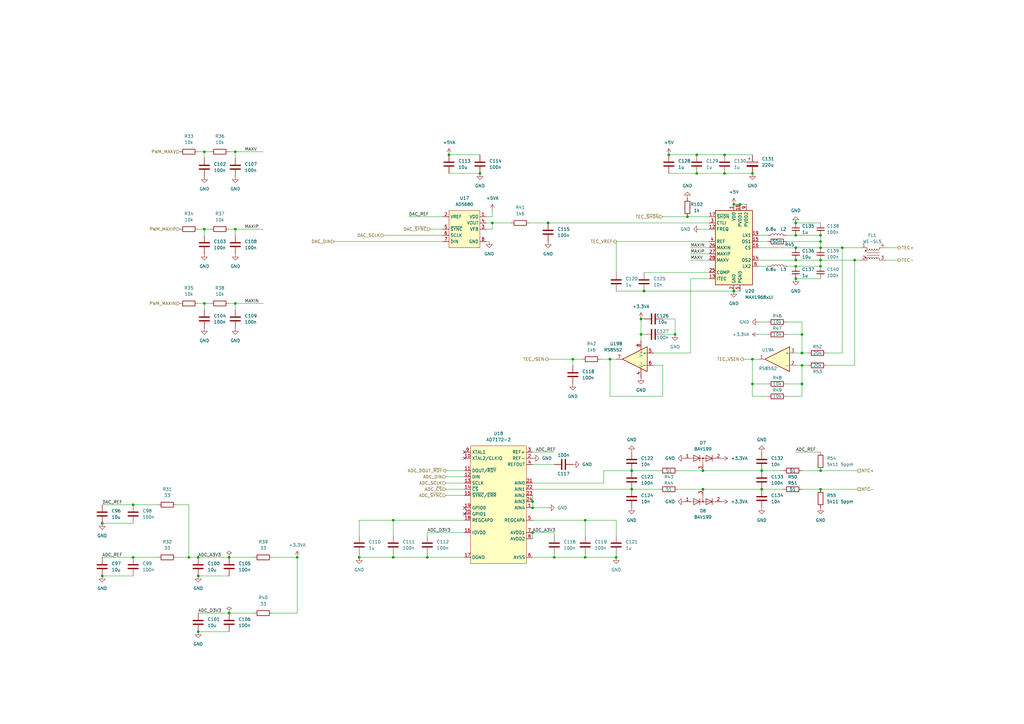
<source format=kicad_sch>
(kicad_sch (version 20211123) (generator eeschema)
  (paper "A3")
  (title_block (title "Kirdy") (date "2022-07-03") (rev "r0.1") (company "M-Labs") (comment 1 "Alex Wong Tat Hang"))
  (junction (at 300.99 119.38))
  (junction (at 350.52 106.68))
  (junction (at 297.18 63.5))
  (junction (at 274.32 63.5))
  (junction (at 326.39 106.68))
  (junction (at 201.93 91.44))
  (junction (at 252.73 228.6))
  (junction (at 96.52 62.23))
  (junction (at 326.39 109.22))
  (junction (at 308.61 147.32))
  (junction (at 161.29 213.36))
  (junction (at 234.95 147.32))
  (junction (at 83.82 62.23))
  (junction (at 336.55 96.52))
  (junction (at 41.91 214.63))
  (junction (at 81.28 259.08))
  (junction (at 121.92 228.6))
  (junction (at 303.53 83.82))
  (junction (at 218.44 218.44))
  (junction (at 328.93 149.86))
  (junction (at 336.55 193.04))
  (junction (at 218.44 208.28))
  (junction (at 161.29 228.6))
  (junction (at 326.39 101.6))
  (junction (at 147.32 228.6))
  (junction (at 308.61 71.12))
  (junction (at 93.98 251.46))
  (junction (at 336.55 99.06))
  (junction (at 224.79 91.44))
  (junction (at 326.39 96.52))
  (junction (at 262.89 137.16))
  (junction (at 285.75 71.12))
  (junction (at 300.99 83.82))
  (junction (at 308.61 157.48))
  (junction (at 326.39 114.3))
  (junction (at 250.19 147.32))
  (junction (at 83.82 93.98))
  (junction (at 81.28 228.6))
  (junction (at 83.82 124.46))
  (junction (at 175.26 228.6))
  (junction (at 259.08 193.04))
  (junction (at 81.28 236.22))
  (junction (at 281.94 88.9))
  (junction (at 93.98 228.6))
  (junction (at 54.61 228.6))
  (junction (at 336.55 109.22))
  (junction (at 218.44 205.74))
  (junction (at 184.15 63.5))
  (junction (at 240.03 228.6))
  (junction (at 345.44 101.6))
  (junction (at 259.08 200.66))
  (junction (at 336.55 101.6))
  (junction (at 328.93 137.16))
  (junction (at 96.52 93.98))
  (junction (at 227.33 228.6))
  (junction (at 96.52 124.46))
  (junction (at 41.91 236.22))
  (junction (at 312.42 193.04))
  (junction (at 328.93 157.48))
  (junction (at 288.29 193.04))
  (junction (at 196.85 71.12))
  (junction (at 336.55 200.66))
  (junction (at 262.89 130.81))
  (junction (at 240.03 213.36))
  (junction (at 288.29 200.66))
  (junction (at 328.93 144.78))
  (junction (at 264.16 119.38))
  (junction (at 77.47 228.6))
  (junction (at 276.86 137.16))
  (junction (at 336.55 106.68))
  (junction (at 285.75 63.5))
  (junction (at 297.18 71.12))
  (junction (at 312.42 200.66))
  (junction (at 54.61 207.01))
  (junction (at 326.39 91.44))
  (no_connect (at 190.5 185.42))
  (no_connect (at 190.5 187.96))
  (no_connect (at 190.5 208.28))
  (no_connect (at 190.5 210.82))
  (wire (pts (xy 274.32 63.5) (xy 285.75 63.5)))
  (wire (pts (xy 328.93 144.78) (xy 331.47 144.78)))
  (wire (pts (xy 218.44 205.74) (xy 218.44 208.28)))
  (wire (pts (xy 218.44 218.44) (xy 227.33 218.44)))
  (wire (pts (xy 224.79 147.32) (xy 234.95 147.32)))
  (wire (pts (xy 311.15 99.06) (xy 314.96 99.06)))
  (wire (pts (xy 308.61 147.32) (xy 311.15 147.32)))
  (wire (pts (xy 304.8 147.32) (xy 308.61 147.32)))
  (wire (pts (xy 41.91 236.22) (xy 54.61 236.22)))
  (wire (pts (xy 252.73 111.76) (xy 252.73 99.06)))
  (wire (pts (xy 41.91 207.01) (xy 54.61 207.01)))
  (wire (pts (xy 311.15 101.6) (xy 326.39 101.6)))
  (wire (pts (xy 328.93 149.86) (xy 331.47 149.86)))
  (wire (pts (xy 175.26 218.44) (xy 190.5 218.44)))
  (wire (pts (xy 252.73 119.38) (xy 264.16 119.38)))
  (wire (pts (xy 252.73 213.36) (xy 252.73 219.71)))
  (wire (pts (xy 259.08 200.66) (xy 270.51 200.66)))
  (wire (pts (xy 147.32 219.71) (xy 147.32 213.36)))
  (wire (pts (xy 336.55 109.22) (xy 326.39 109.22)))
  (wire (pts (xy 111.76 228.6) (xy 121.92 228.6)))
  (wire (pts (xy 93.98 251.46) (xy 104.14 251.46)))
  (wire (pts (xy 311.15 132.08) (xy 314.96 132.08)))
  (wire (pts (xy 182.88 198.12) (xy 190.5 198.12)))
  (wire (pts (xy 326.39 96.52) (xy 322.58 96.52)))
  (wire (pts (xy 259.08 193.04) (xy 270.51 193.04)))
  (wire (pts (xy 199.39 93.98) (xy 201.93 93.98)))
  (wire (pts (xy 326.39 106.68) (xy 336.55 106.68)))
  (wire (pts (xy 297.18 63.5) (xy 308.61 63.5)))
  (wire (pts (xy 250.19 147.32) (xy 252.73 147.32)))
  (wire (pts (xy 285.75 71.12) (xy 297.18 71.12)))
  (wire (pts (xy 176.53 93.98) (xy 181.61 93.98)))
  (wire (pts (xy 312.42 193.04) (xy 321.31 193.04)))
  (wire (pts (xy 264.16 119.38) (xy 300.99 119.38)))
  (wire (pts (xy 137.16 99.06) (xy 181.61 99.06)))
  (wire (pts (xy 322.58 157.48) (xy 328.93 157.48)))
  (wire (pts (xy 336.55 101.6) (xy 336.55 99.06)))
  (wire (pts (xy 300.99 83.82) (xy 303.53 83.82)))
  (wire (pts (xy 227.33 218.44) (xy 227.33 219.71)))
  (wire (pts (xy 83.82 93.98) (xy 86.36 93.98)))
  (wire (pts (xy 339.09 144.78) (xy 345.44 144.78)))
  (wire (pts (xy 271.78 162.56) (xy 271.78 149.86)))
  (wire (pts (xy 184.15 63.5) (xy 196.85 63.5)))
  (wire (pts (xy 218.44 213.36) (xy 240.03 213.36)))
  (wire (pts (xy 218.44 218.44) (xy 218.44 220.98)))
  (wire (pts (xy 147.32 213.36) (xy 161.29 213.36)))
  (wire (pts (xy 350.52 106.68) (xy 350.52 149.86)))
  (wire (pts (xy 199.39 99.06) (xy 200.66 99.06)))
  (wire (pts (xy 96.52 124.46) (xy 96.52 127)))
  (wire (pts (xy 322.58 99.06) (xy 336.55 99.06)))
  (wire (pts (xy 271.78 88.9) (xy 281.94 88.9)))
  (wire (pts (xy 283.21 101.6) (xy 290.83 101.6)))
  (wire (pts (xy 363.22 101.6) (xy 368.3 101.6)))
  (wire (pts (xy 336.55 101.6) (xy 326.39 101.6)))
  (wire (pts (xy 157.48 96.52) (xy 181.61 96.52)))
  (wire (pts (xy 271.78 149.86) (xy 267.97 149.86)))
  (wire (pts (xy 182.88 193.04) (xy 190.5 193.04)))
  (wire (pts (xy 262.89 137.16) (xy 262.89 139.7)))
  (wire (pts (xy 336.55 99.06) (xy 336.55 96.52)))
  (wire (pts (xy 345.44 101.6) (xy 345.44 144.78)))
  (wire (pts (xy 326.39 144.78) (xy 328.93 144.78)))
  (wire (pts (xy 283.21 144.78) (xy 267.97 144.78)))
  (wire (pts (xy 247.65 198.12) (xy 247.65 193.04)))
  (wire (pts (xy 184.15 71.12) (xy 196.85 71.12)))
  (wire (pts (xy 234.95 149.86) (xy 234.95 147.32)))
  (wire (pts (xy 96.52 124.46) (xy 107.95 124.46)))
  (wire (pts (xy 240.03 213.36) (xy 252.73 213.36)))
  (wire (pts (xy 328.93 193.04) (xy 336.55 193.04)))
  (wire (pts (xy 328.93 200.66) (xy 336.55 200.66)))
  (wire (pts (xy 199.39 88.9) (xy 201.93 88.9)))
  (wire (pts (xy 93.98 93.98) (xy 96.52 93.98)))
  (wire (pts (xy 264.16 130.81) (xy 262.89 130.81)))
  (wire (pts (xy 250.19 162.56) (xy 271.78 162.56)))
  (wire (pts (xy 322.58 132.08) (xy 328.93 132.08)))
  (wire (pts (xy 83.82 62.23) (xy 83.82 64.77)))
  (wire (pts (xy 161.29 227.33) (xy 161.29 228.6)))
  (wire (pts (xy 81.28 259.08) (xy 93.98 259.08)))
  (wire (pts (xy 288.29 200.66) (xy 312.42 200.66)))
  (wire (pts (xy 264.16 111.76) (xy 290.83 111.76)))
  (wire (pts (xy 167.64 88.9) (xy 181.61 88.9)))
  (wire (pts (xy 246.38 147.32) (xy 250.19 147.32)))
  (wire (pts (xy 54.61 228.6) (xy 64.77 228.6)))
  (wire (pts (xy 240.03 227.33) (xy 240.03 228.6)))
  (wire (pts (xy 201.93 88.9) (xy 201.93 86.36)))
  (wire (pts (xy 311.15 106.68) (xy 326.39 106.68)))
  (wire (pts (xy 281.94 88.9) (xy 290.83 88.9)))
  (wire (pts (xy 234.95 147.32) (xy 238.76 147.32)))
  (wire (pts (xy 41.91 228.6) (xy 54.61 228.6)))
  (wire (pts (xy 83.82 124.46) (xy 83.82 127)))
  (wire (pts (xy 328.93 137.16) (xy 328.93 144.78)))
  (wire (pts (xy 175.26 228.6) (xy 190.5 228.6)))
  (wire (pts (xy 93.98 228.6) (xy 104.14 228.6)))
  (wire (pts (xy 218.44 190.5) (xy 227.33 190.5)))
  (wire (pts (xy 218.44 200.66) (xy 259.08 200.66)))
  (wire (pts (xy 278.13 200.66) (xy 288.29 200.66)))
  (wire (pts (xy 96.52 93.98) (xy 96.52 96.52)))
  (wire (pts (xy 311.15 137.16) (xy 314.96 137.16)))
  (wire (pts (xy 326.39 149.86) (xy 328.93 149.86)))
  (wire (pts (xy 308.61 157.48) (xy 308.61 162.56)))
  (wire (pts (xy 54.61 207.01) (xy 64.77 207.01)))
  (wire (pts (xy 72.39 207.01) (xy 77.47 207.01)))
  (wire (pts (xy 336.55 101.6) (xy 345.44 101.6)))
  (wire (pts (xy 326.39 114.3) (xy 336.55 114.3)))
  (wire (pts (xy 77.47 207.01) (xy 77.47 228.6)))
  (wire (pts (xy 218.44 208.28) (xy 224.79 208.28)))
  (wire (pts (xy 247.65 198.12) (xy 218.44 198.12)))
  (wire (pts (xy 252.73 227.33) (xy 252.73 228.6)))
  (wire (pts (xy 199.39 91.44) (xy 201.93 91.44)))
  (wire (pts (xy 328.93 162.56) (xy 328.93 157.48)))
  (wire (pts (xy 111.76 251.46) (xy 121.92 251.46)))
  (wire (pts (xy 83.82 93.98) (xy 83.82 96.52)))
  (wire (pts (xy 93.98 62.23) (xy 96.52 62.23)))
  (wire (pts (xy 224.79 91.44) (xy 290.83 91.44)))
  (wire (pts (xy 287.02 93.98) (xy 290.83 93.98)))
  (wire (pts (xy 322.58 137.16) (xy 328.93 137.16)))
  (wire (pts (xy 81.28 236.22) (xy 93.98 236.22)))
  (wire (pts (xy 276.86 130.81) (xy 276.86 137.16)))
  (wire (pts (xy 201.93 93.98) (xy 201.93 91.44)))
  (wire (pts (xy 218.44 185.42) (xy 227.33 185.42)))
  (wire (pts (xy 322.58 162.56) (xy 328.93 162.56)))
  (wire (pts (xy 328.93 132.08) (xy 328.93 137.16)))
  (wire (pts (xy 41.91 214.63) (xy 54.61 214.63)))
  (wire (pts (xy 81.28 93.98) (xy 83.82 93.98)))
  (wire (pts (xy 81.28 228.6) (xy 93.98 228.6)))
  (wire (pts (xy 96.52 62.23) (xy 107.95 62.23)))
  (wire (pts (xy 175.26 227.33) (xy 175.26 228.6)))
  (wire (pts (xy 218.44 203.2) (xy 218.44 205.74)))
  (wire (pts (xy 77.47 228.6) (xy 81.28 228.6)))
  (wire (pts (xy 326.39 185.42) (xy 336.55 185.42)))
  (wire (pts (xy 121.92 251.46) (xy 121.92 228.6)))
  (wire (pts (xy 271.78 137.16) (xy 276.86 137.16)))
  (wire (pts (xy 311.15 96.52) (xy 314.96 96.52)))
  (wire (pts (xy 283.21 114.3) (xy 290.83 114.3)))
  (wire (pts (xy 96.52 93.98) (xy 107.95 93.98)))
  (wire (pts (xy 336.55 106.68) (xy 350.52 106.68)))
  (wire (pts (xy 81.28 62.23) (xy 83.82 62.23)))
  (wire (pts (xy 240.03 213.36) (xy 240.03 219.71)))
  (wire (pts (xy 264.16 137.16) (xy 262.89 137.16)))
  (wire (pts (xy 336.55 106.68) (xy 336.55 109.22)))
  (wire (pts (xy 217.17 91.44) (xy 224.79 91.44)))
  (wire (pts (xy 312.42 200.66) (xy 321.31 200.66)))
  (wire (pts (xy 274.32 71.12) (xy 285.75 71.12)))
  (wire (pts (xy 262.89 130.81) (xy 262.89 137.16)))
  (wire (pts (xy 250.19 147.32) (xy 250.19 162.56)))
  (wire (pts (xy 336.55 200.66) (xy 351.79 200.66)))
  (wire (pts (xy 285.75 63.5) (xy 297.18 63.5)))
  (wire (pts (xy 182.88 200.66) (xy 190.5 200.66)))
  (wire (pts (xy 288.29 193.04) (xy 312.42 193.04)))
  (wire (pts (xy 81.28 124.46) (xy 83.82 124.46)))
  (wire (pts (xy 303.53 83.82) (xy 306.07 83.82)))
  (wire (pts (xy 83.82 124.46) (xy 86.36 124.46)))
  (wire (pts (xy 350.52 106.68) (xy 353.06 106.68)))
  (wire (pts (xy 278.13 193.04) (xy 288.29 193.04)))
  (wire (pts (xy 283.21 114.3) (xy 283.21 144.78)))
  (wire (pts (xy 81.28 251.46) (xy 93.98 251.46)))
  (wire (pts (xy 326.39 96.52) (xy 336.55 96.52)))
  (wire (pts (xy 96.52 62.23) (xy 96.52 64.77)))
  (wire (pts (xy 345.44 101.6) (xy 353.06 101.6)))
  (wire (pts (xy 252.73 99.06) (xy 290.83 99.06)))
  (wire (pts (xy 363.22 106.68) (xy 368.3 106.68)))
  (wire (pts (xy 328.93 157.48) (xy 328.93 149.86)))
  (wire (pts (xy 314.96 157.48) (xy 308.61 157.48)))
  (wire (pts (xy 93.98 124.46) (xy 96.52 124.46)))
  (wire (pts (xy 227.33 227.33) (xy 227.33 228.6)))
  (wire (pts (xy 218.44 228.6) (xy 227.33 228.6)))
  (wire (pts (xy 300.99 119.38) (xy 303.53 119.38)))
  (wire (pts (xy 72.39 228.6) (xy 77.47 228.6)))
  (wire (pts (xy 182.88 203.2) (xy 190.5 203.2)))
  (wire (pts (xy 161.29 228.6) (xy 175.26 228.6)))
  (wire (pts (xy 308.61 157.48) (xy 308.61 147.32)))
  (wire (pts (xy 182.88 195.58) (xy 190.5 195.58)))
  (wire (pts (xy 271.78 130.81) (xy 276.86 130.81)))
  (wire (pts (xy 201.93 91.44) (xy 209.55 91.44)))
  (wire (pts (xy 308.61 162.56) (xy 314.96 162.56)))
  (wire (pts (xy 247.65 193.04) (xy 259.08 193.04)))
  (wire (pts (xy 83.82 62.23) (xy 86.36 62.23)))
  (wire (pts (xy 336.55 193.04) (xy 351.79 193.04)))
  (wire (pts (xy 161.29 213.36) (xy 161.29 219.71)))
  (wire (pts (xy 326.39 91.44) (xy 336.55 91.44)))
  (wire (pts (xy 311.15 109.22) (xy 314.96 109.22)))
  (wire (pts (xy 227.33 228.6) (xy 240.03 228.6)))
  (wire (pts (xy 147.32 228.6) (xy 161.29 228.6)))
  (wire (pts (xy 322.58 109.22) (xy 326.39 109.22)))
  (wire (pts (xy 339.09 149.86) (xy 350.52 149.86)))
  (wire (pts (xy 297.18 71.12) (xy 308.61 71.12)))
  (wire (pts (xy 161.29 213.36) (xy 190.5 213.36)))
  (wire (pts (xy 283.21 104.14) (xy 290.83 104.14)))
  (wire (pts (xy 283.21 106.68) (xy 290.83 106.68)))
  (wire (pts (xy 240.03 228.6) (xy 252.73 228.6)))
  (wire (pts (xy 147.32 227.33) (xy 147.32 228.6)))
  (wire (pts (xy 175.26 218.44) (xy 175.26 219.71)))
  (label "DAC_REF" (at 167.64 88.9 0))
  (label "ADC_D3V3" (at 175.26 218.44 0))
  (label "MAXV" (at 100.33 62.23 0))
  (label "MAXIN" (at 100.33 124.46 0))
  (label "ADC_REF" (at 41.91 228.6 0))
  (label "MAXIN" (at 283.21 101.6 0))
  (label "ADC_A3V3" (at 81.28 228.6 0))
  (label "MAXV" (at 283.21 106.68 0))
  (label "DAC_REF" (at 41.91 207.01 0))
  (label "MAXIP" (at 100.33 93.98 0))
  (label "ADC_REF" (at 326.39 185.42 0))
  (label "ADC_D3V3" (at 81.28 251.46 0))
  (label "ADC_REF" (at 219.71 185.42 0))
  (label "ADC_A3V3" (at 218.44 218.44 0))
  (label "MAXIP" (at 283.21 104.14 0))
  (hierarchical_label "ADC_DOUT_~{RDY}" (shape output) (at 182.88 193.04 180))
  (hierarchical_label "TEC+" (shape output) (at 368.3 101.6 0))
  (hierarchical_label "PWM_MAXIP" (shape input) (at 73.66 93.98 180))
  (hierarchical_label "DAC_DIN" (shape input) (at 137.16 99.06 180))
  (hierarchical_label "PWM_MAXIN" (shape input) (at 73.66 124.46 180))
  (hierarchical_label "TEC_VREF" (shape output) (at 252.73 99.06 180))
  (hierarchical_label "TEC_~{SHDN}" (shape input) (at 271.78 88.9 180))
  (hierarchical_label "DAC_SCLK" (shape input) (at 157.48 96.52 180))
  (hierarchical_label "TEC_ISEN" (shape output) (at 224.79 147.32 180))
  (hierarchical_label "ADC_~{CS}" (shape input) (at 182.88 200.66 180))
  (hierarchical_label "NTC-" (shape passive) (at 351.79 200.66 0))
  (hierarchical_label "ADC_DIN" (shape input) (at 182.88 195.58 180))
  (hierarchical_label "NTC+" (shape passive) (at 351.79 193.04 0))
  (hierarchical_label "TEC-" (shape output) (at 368.3 106.68 0))
  (hierarchical_label "PWM_MAXV" (shape input) (at 73.66 62.23 180))
  (hierarchical_label "ADC_SCLK" (shape input) (at 182.88 198.12 180))
  (hierarchical_label "TEC_VSEN" (shape output) (at 304.8 147.32 180))
  (hierarchical_label "ADC_~{SYNC}" (shape input) (at 182.88 203.2 180))
  (hierarchical_label "DAC_~{SYNC}" (shape input) (at 176.53 93.98 180))
  (symbol (lib_id "power:GND") (at 81.28 236.22 0) (unit 1)
    (property "Reference" "#PWR084" (effects hide))
    (property "Value" "GND" (at 81.28 241.3 0))
  )
  (symbol (lib_id "Device:C") (at 240.03 223.52 0) (unit 1)
    (property "Reference" "C119" (at 243.84 222.2499 0) (effects (justify left)))
    (property "Value" "100n" (at 243.84 224.7899 0) (effects (justify left)))
    (property "Footprint" "Capacitor_SMD:C_0603_1608Metric" (effects hide))
    (property "MFR_PN" "CL10B104KB8NNWC" (effects hide))
    (property "MFR_PN_ALT" "CL10B104KB8NNNL" (effects hide))
  )
  (symbol (lib_id "Device:C") (at 175.26 223.52 0) (unit 1)
    (property "Reference" "C112" (at 179.07 222.2499 0) (effects (justify left)))
    (property "Value" "100n" (at 179.07 224.7899 0) (effects (justify left)))
    (property "Footprint" "Capacitor_SMD:C_0603_1608Metric" (effects hide))
    (property "MFR_PN" "CL10B104KB8NNWC" (effects hide))
    (property "MFR_PN_ALT" "CL10B104KB8NNNL" (effects hide))
  )
  (symbol (lib_id "kirdy:AD5680") (at 190.5 101.6 0) (unit 1)
    (property "Reference" "U17" (at 190.5 81.28 0))
    (property "Value" "AD5680" (at 190.5 83.82 0))
    (property "Footprint" "Package_TO_SOT_SMD:SOT-23-8" (effects hide))
    (property "Datasheet" "https://www.analog.com/media/en/technical-documentation/data-sheets/ad5680.pdf" (effects hide))
    (property "MFR_PN" "AD5680BRJZ" (effects hide))
  )
  (symbol (lib_id "power:GND") (at 41.91 236.22 0) (unit 1)
    (property "Reference" "#PWR083" (effects hide))
    (property "Value" "GND" (at 41.91 241.3 0))
  )
  (symbol (lib_id "power:GND") (at 200.66 99.06 0) (unit 1)
    (property "Reference" "#PWR096" (effects hide))
    (property "Value" "GND" (at 200.66 104.14 0))
  )
  (symbol (lib_id "Device:C") (at 81.28 255.27 0) (unit 1)
    (property "Reference" "C101" (at 85.09 253.9999 0) (effects (justify left)))
    (property "Value" "10u" (at 85.09 256.5399 0) (effects (justify left)))
    (property "Footprint" "Capacitor_SMD:C_0805_2012Metric" (effects hide))
    (property "MFR_PN" "CL21B106KOQNNNG" (effects hide))
    (property "MFR_PN_ALT" "CL21B106KOQNNNE" (effects hide))
  )
  (symbol (lib_id "Device:R") (at 318.77 99.06 90) (unit 1)
    (property "Reference" "R45" (at 323.85 100.33 90))
    (property "Value" "50m" (at 318.77 99.06 90))
    (property "Footprint" "Resistor_SMD:R_2010_5025Metric" (effects hide))
    (property "MFR_PN" "WSL2010R5000FEA18" (effects hide))
    (property "MFR_PN_ALT" "WSLT2010R5000FEA18" (effects hide))
  )
  (symbol (lib_id "Device:C") (at 252.73 223.52 0) (unit 1)
    (property "Reference" "C121" (at 256.54 222.2499 0) (effects (justify left)))
    (property "Value" "1u" (at 256.54 224.7899 0) (effects (justify left)))
    (property "Footprint" "Capacitor_SMD:C_0603_1608Metric" (effects hide))
    (property "MFR_PN" "CL10B105KA8NNNC" (effects hide))
    (property "MFR_PN_ALT" "CGA3E1X7R1E105K080AC" (effects hide))
  )
  (symbol (lib_id "power:+3.3VA") (at 121.92 228.6 0) (unit 1)
    (property "Reference" "#PWR092" (effects hide))
    (property "Value" "+3.3VA" (at 121.92 223.52 0))
  )
  (symbol (lib_id "power:+5V") (at 274.32 63.5 0) (unit 1)
    (property "Reference" "#PWR0108" (effects hide))
    (property "Value" "+5V" (at 274.32 58.42 0))
  )
  (symbol (lib_id "Device:R") (at 107.95 251.46 90) (unit 1)
    (property "Reference" "R40" (at 107.95 245.11 90))
    (property "Value" "33" (at 107.95 247.65 90))
    (property "Footprint" "Resistor_SMD:R_0603_1608Metric" (effects hide))
    (property "MFR_PN" "RC0603FR-0733RL" (effects hide))
    (property "MFR_PN_ALT" "CRGCQ0603F33R" (effects hide))
  )
  (symbol (lib_id "Device:R") (at 318.77 132.08 90) (unit 1)
    (property "Reference" "R46" (at 318.77 129.54 90))
    (property "Value" "10k" (at 318.77 132.08 90))
    (property "Footprint" "Resistor_SMD:R_0603_1608Metric" (effects hide))
    (property "MFR_PN" "RNCP0603FTD10K0" (effects hide))
    (property "MFR_PN_ALT" "RMCF0603FT10K0" (effects hide))
  )
  (symbol (lib_id "power:GND") (at 83.82 104.14 0) (unit 1)
    (property "Reference" "#PWR087" (effects hide))
    (property "Value" "GND" (at 83.82 109.22 0))
  )
  (symbol (lib_id "Device:R") (at 90.17 62.23 90) (unit 1)
    (property "Reference" "R36" (at 90.17 55.88 90))
    (property "Value" "10k" (at 90.17 58.42 90))
    (property "Footprint" "Resistor_SMD:R_0603_1608Metric" (effects hide))
    (property "MFR_PN" "RNCP0603FTD10K0" (effects hide))
    (property "MFR_PN_ALT" "RMCF0603FT10K0" (effects hide))
  )
  (symbol (lib_id "Device:R") (at 274.32 193.04 90) (unit 1)
    (property "Reference" "R43" (at 274.32 195.58 90))
    (property "Value" "51" (at 274.32 193.04 90))
    (property "Footprint" "Resistor_SMD:R_0603_1608Metric" (effects hide))
    (property "MFR_PN" "ESR03EZPF51R0" (effects hide))
    (property "MFR_PN_ALT" "RMCF0603FT51R0" (effects hide))
  )
  (symbol (lib_id "kirdy:RS8552") (at 260.35 147.32 0) (mirror y) (unit 3)
    (property "Reference" "U19" (effects hide))
    (property "Value" "RS8552" (effects hide))
    (property "Footprint" "Package_SO:SOIC-8_3.9x4.9mm_P1.27mm" (effects hide))
    (property "Datasheet" "https://datasheet.lcsc.com/lcsc/2010160333_Jiangsu-RUNIC-Tech-RS8554XP_C236997.pdf" (effects hide))
    (property "MFR_PN" "RS8552XK" (effects hide))
  )
  (symbol (lib_id "power:GND") (at 308.61 71.12 0) (unit 1)
    (property "Reference" "#PWR0117" (effects hide))
    (property "Value" "GND" (at 308.61 76.2 0))
  )
  (symbol (lib_id "Device:R") (at 325.12 193.04 90) (unit 1)
    (property "Reference" "R50" (at 325.12 195.58 90))
    (property "Value" "51" (at 325.12 193.04 90))
    (property "Footprint" "Resistor_SMD:R_0603_1608Metric" (effects hide))
    (property "MFR_PN" "ESR03EZPF51R0" (effects hide))
    (property "MFR_PN_ALT" "RMCF0603FT51R0" (effects hide))
  )
  (symbol (lib_id "power:GND") (at 311.15 132.08 270) (unit 1)
    (property "Reference" "#PWR0118" (effects hide))
    (property "Value" "GND" (at 307.34 132.0799 90) (effects (justify right)))
  )
  (symbol (lib_id "Device:R") (at 274.32 200.66 90) (unit 1)
    (property "Reference" "R44" (at 274.32 198.12 90))
    (property "Value" "51" (at 274.32 200.66 90))
    (property "Footprint" "Resistor_SMD:R_0603_1608Metric" (effects hide))
    (property "MFR_PN" "ESR03EZPF51R0" (effects hide))
    (property "MFR_PN_ALT" "RMCF0603FT51R0" (effects hide))
  )
  (symbol (lib_id "kirdy:AD7172-2") (at 204.47 209.55 0) (mirror y) (unit 1)
    (property "Reference" "U18" (at 204.47 177.8 0))
    (property "Value" "AD7172-2" (at 204.47 180.34 0))
    (property "Footprint" "Package_SO:TSSOP-24_4.4x7.8mm_P0.65mm" (effects hide))
    (property "Datasheet" "https://www.analog.com/media/en/technical-documentation/data-sheets/ad7172-2.pdf" (effects hide))
    (property "MFR_PN" "AD7172-2BRUZ" (effects hide))
  )
  (symbol (lib_id "Device:C") (at 93.98 232.41 0) (unit 1)
    (property "Reference" "C105" (at 97.79 231.1399 0) (effects (justify left)))
    (property "Value" "100n" (at 97.79 233.6799 0) (effects (justify left)))
    (property "Footprint" "Capacitor_SMD:C_0603_1608Metric" (effects hide))
    (property "MFR_PN" "CL10B104KB8NNWC" (effects hide))
    (property "MFR_PN_ALT" "CL10B104KB8NNNL" (effects hide))
  )
  (symbol (lib_id "power:GND") (at 83.82 134.62 0) (unit 1)
    (property "Reference" "#PWR088" (effects hide))
    (property "Value" "GND" (at 83.82 139.7 0))
  )
  (symbol (lib_id "Device:L") (at 318.77 109.22 90) (unit 1)
    (property "Reference" "L3" (at 321.31 110.49 90))
    (property "Value" "6.8u" (at 316.23 110.49 90))
    (property "Footprint" "Inductor_SMD:L_Wuerth_MAPI-4030" (effects hide))
    (property "MFR_PN" "74438357068" (effects hide))
  )
  (symbol (lib_id "power:GND") (at 234.95 190.5 90) (unit 1)
    (property "Reference" "#PWR0102" (effects hide))
    (property "Value" "GND" (at 238.76 190.4999 90) (effects (justify right)))
  )
  (symbol (lib_id "Device:R") (at 77.47 93.98 90) (unit 1)
    (property "Reference" "R34" (at 77.47 87.63 90))
    (property "Value" "10k" (at 77.47 90.17 90))
    (property "Footprint" "Resistor_SMD:R_0603_1608Metric" (effects hide))
    (property "MFR_PN" "RNCP0603FTD10K0" (effects hide))
    (property "MFR_PN_ALT" "RMCF0603FT10K0" (effects hide))
  )
  (symbol (lib_id "Device:R") (at 325.12 200.66 90) (unit 1)
    (property "Reference" "R51" (at 325.12 198.12 90))
    (property "Value" "51" (at 325.12 200.66 90))
    (property "Footprint" "Resistor_SMD:R_0603_1608Metric" (effects hide))
    (property "MFR_PN" "ESR03EZPF51R0" (effects hide))
    (property "MFR_PN_ALT" "RMCF0603FT51R0" (effects hide))
  )
  (symbol (lib_id "Device:C") (at 41.91 232.41 0) (unit 1)
    (property "Reference" "C97" (at 45.72 231.1399 0) (effects (justify left)))
    (property "Value" "10u" (at 45.72 233.6799 0) (effects (justify left)))
    (property "Footprint" "Capacitor_SMD:C_0805_2012Metric" (effects hide))
    (property "MFR_PN" "CL21B106KOQNNNG" (effects hide))
    (property "MFR_PN_ALT" "CL21B106KOQNNNE" (effects hide))
  )
  (symbol (lib_id "Device:C") (at 259.08 196.85 0) (unit 1)
    (property "Reference" "C123" (at 262.89 195.5799 0) (effects (justify left)))
    (property "Value" "100n" (at 262.89 198.1199 0) (effects (justify left)))
    (property "Footprint" "Capacitor_SMD:C_0603_1608Metric" (effects hide))
    (property "MFR_PN" "CL10B104KB8NNWC" (effects hide))
    (property "MFR_PN_ALT" "CL10B104KB8NNNL" (effects hide))
  )
  (symbol (lib_id "power:GND") (at 96.52 72.39 0) (unit 1)
    (property "Reference" "#PWR089" (effects hide))
    (property "Value" "GND" (at 96.52 77.47 0))
  )
  (symbol (lib_id "Device:C") (at 297.18 67.31 0) (unit 1)
    (property "Reference" "C130" (at 300.99 66.0399 0) (effects (justify left)))
    (property "Value" "1u" (at 300.99 68.5799 0) (effects (justify left)))
    (property "Footprint" "Capacitor_SMD:C_0603_1608Metric" (effects hide))
    (property "MFR_PN" "CL10B105KA8NNNC" (effects hide))
    (property "MFR_PN_ALT" "CGA3E1X7R1E105K080AC" (effects hide))
  )
  (symbol (lib_id "Device:C") (at 285.75 67.31 0) (unit 1)
    (property "Reference" "C129" (at 289.56 66.0399 0) (effects (justify left)))
    (property "Value" "1u" (at 289.56 68.5799 0) (effects (justify left)))
    (property "Footprint" "Capacitor_SMD:C_0603_1608Metric" (effects hide))
    (property "MFR_PN" "CL10B105KA8NNNC" (effects hide))
    (property "MFR_PN_ALT" "CGA3E1X7R1E105K080AC" (effects hide))
  )
  (symbol (lib_id "Device:C") (at 41.91 210.82 0) (unit 1)
    (property "Reference" "C96" (at 45.72 209.5499 0) (effects (justify left)))
    (property "Value" "10u" (at 45.72 212.0899 0) (effects (justify left)))
    (property "Footprint" "Capacitor_SMD:C_0805_2012Metric" (effects hide))
    (property "MFR_PN" "CL21B106KOQNNNG" (effects hide))
    (property "MFR_PN_ALT" "CL21B106KOQNNNE" (effects hide))
  )
  (symbol (lib_id "Device:C") (at 267.97 137.16 90) (unit 1)
    (property "Reference" "C127" (at 271.78 135.89 90))
    (property "Value" "100n" (at 271.78 138.43 90))
    (property "Footprint" "Capacitor_SMD:C_0603_1608Metric" (effects hide))
    (property "MFR_PN" "CL10B104KB8NNWC" (effects hide))
    (property "MFR_PN_ALT" "CL10B104KB8NNNL" (effects hide))
  )
  (symbol (lib_id "Device:C_Small") (at 326.39 104.14 0) (unit 1)
    (property "Reference" "C136" (at 328.93 102.8762 0) (effects (justify left)))
    (property "Value" "10u" (at 328.93 105.4162 0) (effects (justify left)))
    (property "Footprint" "Capacitor_SMD:C_0805_2012Metric" (effects hide))
    (property "MFR_PN" "CL21B106KOQNNNG" (effects hide))
    (property "MFR_PN_ALT" "CL21B106KOQNNNE" (effects hide))
  )
  (symbol (lib_id "power:GND") (at 224.79 208.28 90) (unit 1)
    (property "Reference" "#PWR0100" (effects hide))
    (property "Value" "GND" (at 228.6 208.2799 90) (effects (justify right)))
  )
  (symbol (lib_id "Device:C") (at 96.52 130.81 0) (unit 1)
    (property "Reference" "C109" (at 100.33 129.5399 0) (effects (justify left)))
    (property "Value" "100n" (at 100.33 132.0799 0) (effects (justify left)))
    (property "Footprint" "Capacitor_SMD:C_0603_1608Metric" (effects hide))
    (property "MFR_PN" "CL10B104KB8NNWC" (effects hide))
    (property "MFR_PN_ALT" "CL10B104KB8NNNL" (effects hide))
  )
  (symbol (lib_id "Device:R") (at 242.57 147.32 90) (unit 1)
    (property "Reference" "R42" (at 242.57 140.97 90))
    (property "Value" "1k6" (at 242.57 143.51 90))
    (property "Footprint" "Resistor_SMD:R_0603_1608Metric" (effects hide))
    (property "MFR_PN" "RT0603FRE071K6L" (effects hide))
    (property "MFR_PN_ALT" "RMCF0603FT1K60" (effects hide))
  )
  (symbol (lib_id "Device:R") (at 90.17 93.98 90) (unit 1)
    (property "Reference" "R37" (at 90.17 87.63 90))
    (property "Value" "10k" (at 90.17 90.17 90))
    (property "Footprint" "Resistor_SMD:R_0603_1608Metric" (effects hide))
    (property "MFR_PN" "RNCP0603FTD10K0" (effects hide))
    (property "MFR_PN_ALT" "RMCF0603FT10K0" (effects hide))
  )
  (symbol (lib_id "Device:R") (at 336.55 189.23 0) (unit 1)
    (property "Reference" "R54" (at 339.09 187.9599 0) (effects (justify left)))
    (property "Value" "5k11 5ppm" (at 339.09 190.4999 0) (effects (justify left)))
    (property "Footprint" "Resistor_SMD:R_0603_1608Metric" (effects hide))
    (property "MFR_PN" "RN73H1JTTD5111A05" (effects hide))
    (property "MFR_PN_ALT" "TNPU06035K11BZEN00" (effects hide))
  )
  (symbol (lib_id "power:GND") (at 224.79 99.06 0) (unit 1)
    (property "Reference" "#PWR099" (effects hide))
    (property "Value" "GND" (at 224.79 104.14 0))
  )
  (symbol (lib_id "power:GND") (at 281.94 81.28 180) (unit 1)
    (property "Reference" "#PWR0166" (effects hide))
    (property "Value" "GND" (at 281.94 76.2 0))
  )
  (symbol (lib_id "Device:C") (at 312.42 204.47 0) (unit 1)
    (property "Reference" "C134" (at 316.23 203.1999 0) (effects (justify left)))
    (property "Value" "10n" (at 316.23 205.7399 0) (effects (justify left)))
    (property "Footprint" "Capacitor_SMD:C_0603_1608Metric" (effects hide))
    (property "MFR_PN" "0603B103K500CT" (effects hide))
    (property "MFR_PN_ALT" "CL10B103KB8NNNC" (effects hide))
  )
  (symbol (lib_id "Device:C") (at 252.73 115.57 0) (unit 1)
    (property "Reference" "C120" (at 256.54 114.2999 0) (effects (justify left)))
    (property "Value" "1u" (at 256.54 116.8399 0) (effects (justify left)))
    (property "Footprint" "Capacitor_SMD:C_0603_1608Metric" (effects hide))
    (property "MFR_PN" "CL10B105KA8NNNC" (effects hide))
    (property "MFR_PN_ALT" "CGA3E1X7R1E105K080AC" (effects hide))
  )
  (symbol (lib_id "Device:C") (at 274.32 67.31 0) (unit 1)
    (property "Reference" "C128" (at 278.13 66.0399 0) (effects (justify left)))
    (property "Value" "1u" (at 278.13 68.5799 0) (effects (justify left)))
    (property "Footprint" "Capacitor_SMD:C_0603_1608Metric" (effects hide))
    (property "MFR_PN" "CL10B105KA8NNNC" (effects hide))
    (property "MFR_PN_ALT" "CGA3E1X7R1E105K080AC" (effects hide))
  )
  (symbol (lib_id "Device:C_Small") (at 326.39 111.76 0) (unit 1)
    (property "Reference" "C137" (at 328.93 110.4962 0) (effects (justify left)))
    (property "Value" "1u" (at 328.93 113.0362 0) (effects (justify left)))
    (property "Footprint" "Capacitor_SMD:C_0603_1608Metric" (effects hide))
    (property "MFR_PN" "CL10B105KA8NNNC" (effects hide))
    (property "MFR_PN_ALT" "CGA3E1X7R1E105K080AC" (effects hide))
  )
  (symbol (lib_id "Device:C") (at 184.15 67.31 0) (unit 1)
    (property "Reference" "C113" (at 187.96 66.0399 0) (effects (justify left)))
    (property "Value" "10u" (at 187.96 68.5799 0) (effects (justify left)))
    (property "Footprint" "Capacitor_SMD:C_0805_2012Metric" (effects hide))
    (property "MFR_PN" "CL21B106KOQNNNG" (effects hide))
    (property "MFR_PN_ALT" "CL21B106KOQNNNE" (effects hide))
  )
  (symbol (lib_id "power:GND") (at 252.73 228.6 0) (unit 1)
    (property "Reference" "#PWR0103" (effects hide))
    (property "Value" "GND" (at 252.73 233.68 0))
  )
  (symbol (lib_id "power:GND") (at 83.82 72.39 0) (unit 1)
    (property "Reference" "#PWR086" (effects hide))
    (property "Value" "GND" (at 83.82 77.47 0))
  )
  (symbol (lib_id "power:GND") (at 196.85 71.12 0) (unit 1)
    (property "Reference" "#PWR095" (effects hide))
    (property "Value" "GND" (at 196.85 76.2 0))
  )
  (symbol (lib_id "Device:R") (at 77.47 62.23 90) (unit 1)
    (property "Reference" "R33" (at 77.47 55.88 90))
    (property "Value" "10k" (at 77.47 58.42 90))
    (property "Footprint" "Resistor_SMD:R_0603_1608Metric" (effects hide))
    (property "MFR_PN" "RNCP0603FTD10K0" (effects hide))
    (property "MFR_PN_ALT" "RMCF0603FT10K0" (effects hide))
  )
  (symbol (lib_id "Device:C") (at 147.32 223.52 0) (unit 1)
    (property "Reference" "C110" (at 151.13 222.2499 0) (effects (justify left)))
    (property "Value" "1u" (at 151.13 224.7899 0) (effects (justify left)))
    (property "Footprint" "Capacitor_SMD:C_0603_1608Metric" (effects hide))
    (property "MFR_PN" "CL10B105KA8NNNC" (effects hide))
    (property "MFR_PN_ALT" "CGA3E1X7R1E105K080AC" (effects hide))
  )
  (symbol (lib_id "Device:R") (at 213.36 91.44 90) (unit 1)
    (property "Reference" "R41" (at 213.36 85.09 90))
    (property "Value" "1k6" (at 213.36 87.63 90))
    (property "Footprint" "Resistor_SMD:R_0603_1608Metric" (effects hide))
    (property "MFR_PN" "RT0603FRE071K6L" (effects hide))
    (property "MFR_PN_ALT" "RMCF0603FT1K60" (effects hide))
  )
  (symbol (lib_id "power:GND") (at 280.67 187.96 270) (unit 1)
    (property "Reference" "#PWR0110" (effects hide))
    (property "Value" "GND" (at 276.86 187.9599 90) (effects (justify right)))
  )
  (symbol (lib_id "Device:R") (at 68.58 207.01 90) (unit 1)
    (property "Reference" "R31" (at 68.58 200.66 90))
    (property "Value" "33" (at 68.58 203.2 90))
    (property "Footprint" "Resistor_SMD:R_0603_1608Metric" (effects hide))
    (property "MFR_PN" "RC0603FR-0733RL" (effects hide))
    (property "MFR_PN_ALT" "CRGCQ0603F33R" (effects hide))
  )
  (symbol (lib_id "Device:C") (at 96.52 68.58 0) (unit 1)
    (property "Reference" "C107" (at 100.33 67.3099 0) (effects (justify left)))
    (property "Value" "100n" (at 100.33 69.8499 0) (effects (justify left)))
    (property "Footprint" "Capacitor_SMD:C_0603_1608Metric" (effects hide))
    (property "MFR_PN" "CL10B104KB8NNWC" (effects hide))
    (property "MFR_PN_ALT" "CL10B104KB8NNNL" (effects hide))
  )
  (symbol (lib_id "Device:R") (at 336.55 204.47 0) (unit 1)
    (property "Reference" "R55" (at 339.09 203.1999 0) (effects (justify left)))
    (property "Value" "5k11 5ppm" (at 339.09 205.7399 0) (effects (justify left)))
    (property "Footprint" "Resistor_SMD:R_0603_1608Metric" (effects hide))
    (property "MFR_PN" "RN73H1JTTD5111A05" (effects hide))
    (property "MFR_PN_ALT" "TNPU06035K11BZEN00" (effects hide))
  )
  (symbol (lib_id "Device:C") (at 81.28 232.41 0) (unit 1)
    (property "Reference" "C100" (at 85.09 231.1399 0) (effects (justify left)))
    (property "Value" "10u" (at 85.09 233.6799 0) (effects (justify left)))
    (property "Footprint" "Capacitor_SMD:C_0805_2012Metric" (effects hide))
    (property "MFR_PN" "CL21B106KOQNNNG" (effects hide))
    (property "MFR_PN_ALT" "CL21B106KOQNNNE" (effects hide))
  )
  (symbol (lib_id "Device:C") (at 196.85 67.31 0) (unit 1)
    (property "Reference" "C114" (at 200.66 66.0399 0) (effects (justify left)))
    (property "Value" "100n" (at 200.66 68.5799 0) (effects (justify left)))
    (property "Footprint" "Capacitor_SMD:C_0603_1608Metric" (effects hide))
    (property "MFR_PN" "CL10B104KB8NNWC" (effects hide))
    (property "MFR_PN_ALT" "CL10B104KB8NNNL" (effects hide))
  )
  (symbol (lib_id "power:+3.3VA") (at 262.89 130.81 0) (unit 1)
    (property "Reference" "#PWR0106" (effects hide))
    (property "Value" "+3.3VA" (at 262.89 125.73 0))
  )
  (symbol (lib_id "power:GND") (at 234.95 157.48 0) (unit 1)
    (property "Reference" "#PWR0101" (effects hide))
    (property "Value" "GND" (at 234.95 162.56 0))
  )
  (symbol (lib_id "Device:C_Small") (at 326.39 93.98 0) (unit 1)
    (property "Reference" "C135" (at 328.93 92.7162 0) (effects (justify left)))
    (property "Value" "1u" (at 328.93 95.2562 0) (effects (justify left)))
    (property "Footprint" "Capacitor_SMD:C_0603_1608Metric" (effects hide))
    (property "MFR_PN" "CL10B105KA8NNNC" (effects hide))
    (property "MFR_PN_ALT" "CGA3E1X7R1E105K080AC" (effects hide))
  )
  (symbol (lib_id "Device:C") (at 83.82 68.58 0) (unit 1)
    (property "Reference" "C102" (at 87.63 67.3099 0) (effects (justify left)))
    (property "Value" "100n" (at 87.63 69.8499 0) (effects (justify left)))
    (property "Footprint" "Capacitor_SMD:C_0603_1608Metric" (effects hide))
    (property "MFR_PN" "CL10B104KB8NNWC" (effects hide))
    (property "MFR_PN_ALT" "CL10B104KB8NNNL" (effects hide))
  )
  (symbol (lib_id "Device:L") (at 318.77 96.52 90) (unit 1)
    (property "Reference" "L2" (at 321.31 93.98 90))
    (property "Value" "6.8u" (at 316.23 93.98 90))
    (property "Footprint" "Inductor_SMD:L_Wuerth_MAPI-4030" (effects hide))
    (property "MFR_PN" "74438357068" (effects hide))
  )
  (symbol (lib_id "Device:C") (at 234.95 153.67 0) (unit 1)
    (property "Reference" "C118" (at 238.76 152.3999 0) (effects (justify left)))
    (property "Value" "100n" (at 238.76 154.9399 0) (effects (justify left)))
    (property "Footprint" "Capacitor_SMD:C_0603_1608Metric" (effects hide))
    (property "MFR_PN" "CL10B104KB8NNWC" (effects hide))
    (property "MFR_PN_ALT" "CL10B104KB8NNNL" (effects hide))
  )
  (symbol (lib_id "Device:C") (at 83.82 100.33 0) (unit 1)
    (property "Reference" "C103" (at 87.63 99.0599 0) (effects (justify left)))
    (property "Value" "100n" (at 87.63 101.5999 0) (effects (justify left)))
    (property "Footprint" "Capacitor_SMD:C_0603_1608Metric" (effects hide))
    (property "MFR_PN" "CL10B104KB8NNWC" (effects hide))
    (property "MFR_PN_ALT" "CL10B104KB8NNNL" (effects hide))
  )
  (symbol (lib_id "Diode:BAV99") (at 288.29 205.74 0) (mirror x) (unit 1)
    (property "Reference" "D8" (at 288.29 209.55 0))
    (property "Value" "BAV199" (at 288.29 212.09 0))
    (property "Footprint" "Package_TO_SOT_SMD:SOT-23" (effects hide))
    (property "Datasheet" "https://assets.nexperia.com/documents/data-sheet/BAV99_SER.pdf" (effects hide))
    (property "MFR_PN" "BAV199W-7" (effects hide))
    (property "MFR_PN_ALT" "BAV199E6327HTSA1" (effects hide))
  )
  (symbol (lib_id "Device:R") (at 335.28 144.78 90) (unit 1)
    (property "Reference" "R52" (at 335.28 142.24 90))
    (property "Value" "20k" (at 335.28 144.78 90))
    (property "Footprint" "Resistor_SMD:R_0603_1608Metric" (effects hide))
    (property "MFR_PN" "RMCF0603FT20K0" (effects hide))
    (property "MFR_PN_ALT" "RC0603FR-0720KL" (effects hide))
  )
  (symbol (lib_id "power:+5V") (at 300.99 83.82 0) (unit 1)
    (property "Reference" "#PWR0115" (effects hide))
    (property "Value" "+5V" (at 300.99 78.74 0))
  )
  (symbol (lib_id "Device:C") (at 93.98 255.27 0) (unit 1)
    (property "Reference" "C106" (at 97.79 253.9999 0) (effects (justify left)))
    (property "Value" "100n" (at 97.79 256.5399 0) (effects (justify left)))
    (property "Footprint" "Capacitor_SMD:C_0603_1608Metric" (effects hide))
    (property "MFR_PN" "CL10B104KB8NNWC" (effects hide))
    (property "MFR_PN_ALT" "CL10B104KB8NNNL" (effects hide))
  )
  (symbol (lib_id "power:GND") (at 218.44 187.96 90) (unit 1)
    (property "Reference" "#PWR098" (effects hide))
    (property "Value" "GND" (at 222.25 187.9599 90) (effects (justify right)))
  )
  (symbol (lib_id "power:+3.3VA") (at 311.15 137.16 90) (unit 1)
    (property "Reference" "#PWR0119" (effects hide))
    (property "Value" "+3.3VA" (at 307.34 137.1599 90) (effects (justify left)))
  )
  (symbol (lib_id "Device:C") (at 312.42 196.85 0) (unit 1)
    (property "Reference" "C133" (at 316.23 195.5799 0) (effects (justify left)))
    (property "Value" "100n" (at 316.23 198.1199 0) (effects (justify left)))
    (property "Footprint" "Capacitor_SMD:C_0603_1608Metric" (effects hide))
    (property "MFR_PN" "CL10B104KB8NNWC" (effects hide))
    (property "MFR_PN_ALT" "CL10B104KB8NNNL" (effects hide))
  )
  (symbol (lib_id "power:GND") (at 259.08 208.28 0) (unit 1)
    (property "Reference" "#PWR0105" (effects hide))
    (property "Value" "GND" (at 259.08 213.36 0))
  )
  (symbol (lib_id "Device:R") (at 281.94 85.09 180) (unit 1)
    (property "Reference" "R102" (at 285.75 83.82 0))
    (property "Value" "1k" (at 285.75 86.36 0))
    (property "Footprint" "Resistor_SMD:R_0603_1608Metric" (effects hide))
    (property "MFR_PN" "RNCP0603FTD1K00" (effects hide))
    (property "MFR_PN_ALT" "WR06X1001FTL" (effects hide))
  )
  (symbol (lib_id "power:GND") (at 262.89 154.94 0) (unit 1)
    (property "Reference" "#PWR0107" (effects hide))
    (property "Value" "GND" (at 262.89 160.02 0))
  )
  (symbol (lib_id "Device:C") (at 259.08 204.47 0) (unit 1)
    (property "Reference" "C124" (at 262.89 203.1999 0) (effects (justify left)))
    (property "Value" "10n" (at 262.89 205.7399 0) (effects (justify left)))
    (property "Footprint" "Capacitor_SMD:C_0603_1608Metric" (effects hide))
    (property "MFR_PN" "0603B103K500CT" (effects hide))
    (property "MFR_PN_ALT" "CL10B103KB8NNNC" (effects hide))
  )
  (symbol (lib_id "power:GND") (at 280.67 205.74 270) (unit 1)
    (property "Reference" "#PWR0111" (effects hide))
    (property "Value" "GND" (at 276.86 205.7399 90) (effects (justify right)))
  )
  (symbol (lib_id "Device:R") (at 68.58 228.6 90) (unit 1)
    (property "Reference" "R32" (at 68.58 222.25 90))
    (property "Value" "33" (at 68.58 224.79 90))
    (property "Footprint" "Resistor_SMD:R_0603_1608Metric" (effects hide))
    (property "MFR_PN" "RC0603FR-0733RL" (effects hide))
    (property "MFR_PN_ALT" "CRGCQ0603F33R" (effects hide))
  )
  (symbol (lib_id "Device:C_Small") (at 336.55 104.14 0) (unit 1)
    (property "Reference" "C139" (at 339.09 102.8762 0) (effects (justify left)))
    (property "Value" "100n" (at 339.09 105.4162 0) (effects (justify left)))
    (property "Footprint" "Capacitor_SMD:C_0603_1608Metric" (effects hide))
    (property "MFR_PN" "CL10B104KB8NNWC" (effects hide))
    (property "MFR_PN_ALT" "CL10B104KB8NNNL" (effects hide))
  )
  (symbol (lib_id "Device:C_Polarized") (at 308.61 67.31 0) (unit 1)
    (property "Reference" "C131" (at 312.42 65.1509 0) (effects (justify left)))
    (property "Value" "220u" (at 312.42 67.6909 0) (effects (justify left)))
    (property "Footprint" "Capacitor_Tantalum_SMD:CP_EIA-7343-15_Kemet-W" (effects hide))
    (property "MFR_PN" "T491D227K016AT" (effects hide))
    (property "MFR_PN_ALT" "293D227X9016E2TE3" (effects hide))
  )
  (symbol (lib_id "power:PWR_FLAG") (at 93.98 251.46 0) (unit 1)
    (property "Reference" "#FLG0113" (effects hide))
    (property "Value" "PWR_FLAG" (effects hide))
  )
  (symbol (lib_id "Device:C") (at 161.29 223.52 0) (unit 1)
    (property "Reference" "C111" (at 165.1 222.2499 0) (effects (justify left)))
    (property "Value" "100n" (at 165.1 224.7899 0) (effects (justify left)))
    (property "Footprint" "Capacitor_SMD:C_0603_1608Metric" (effects hide))
    (property "MFR_PN" "CL10B104KB8NNWC" (effects hide))
    (property "MFR_PN_ALT" "CL10B104KB8NNNL" (effects hide))
  )
  (symbol (lib_id "Driver_TEC:MAX1968xUI") (at 300.99 101.6 0) (unit 1)
    (property "Reference" "U20" (at 305.5494 119.38 0) (effects (justify left)))
    (property "Value" "MAX1968xUI" (at 305.5494 121.92 0) (effects (justify left)))
    (property "Footprint" "Package_SO:HTSSOP-28-1EP_4.4x9.7mm_P0.65mm_EP2.85x5.4mm" (effects hide))
    (property "Datasheet" "https://datasheets.maximintegrated.com/en/ds/MAX1968-MAX1969.pdf" (effects hide))
    (property "MFR_PN" "MAX1968EUI+" (effects hide))
    (property "MFR_PN_ALT" "MAX1968EUI+T" (effects hide))
  )
  (symbol (lib_id "Device:R") (at 318.77 157.48 90) (unit 1)
    (property "Reference" "R48" (at 318.77 154.94 90))
    (property "Value" "10k" (at 318.77 157.48 90))
    (property "Footprint" "Resistor_SMD:R_0603_1608Metric" (effects hide))
    (property "MFR_PN" "RNCP0603FTD10K0" (effects hide))
    (property "MFR_PN_ALT" "RMCF0603FT10K0" (effects hide))
  )
  (symbol (lib_id "power:+3.3VA") (at 295.91 187.96 270) (unit 1)
    (property "Reference" "#PWR0113" (effects hide))
    (property "Value" "+3.3VA" (at 299.72 187.9599 90) (effects (justify left)))
  )
  (symbol (lib_id "kirdy:RS8552") (at 318.77 147.32 0) (mirror y) (unit 1)
    (property "Reference" "U19" (at 314.96 143.51 0))
    (property "Value" "RS8552" (at 314.96 151.13 0))
    (property "Footprint" "Package_SO:SOIC-8_3.9x4.9mm_P1.27mm" (effects hide))
    (property "Datasheet" "https://datasheet.lcsc.com/lcsc/2010160333_Jiangsu-RUNIC-Tech-RS8554XP_C236997.pdf" (effects hide))
    (property "MFR_PN" "RS8552XK" (effects hide))
  )
  (symbol (lib_id "Device:C") (at 54.61 232.41 0) (unit 1)
    (property "Reference" "C99" (at 58.42 231.1399 0) (effects (justify left)))
    (property "Value" "100n" (at 58.42 233.6799 0) (effects (justify left)))
    (property "Footprint" "Capacitor_SMD:C_0603_1608Metric" (effects hide))
    (property "MFR_PN" "CL10B104KB8NNWC" (effects hide))
    (property "MFR_PN_ALT" "CL10B104KB8NNNL" (effects hide))
  )
  (symbol (lib_id "Device:C") (at 96.52 100.33 0) (unit 1)
    (property "Reference" "C108" (at 100.33 99.0599 0) (effects (justify left)))
    (property "Value" "100n" (at 100.33 101.5999 0) (effects (justify left)))
    (property "Footprint" "Capacitor_SMD:C_0603_1608Metric" (effects hide))
    (property "MFR_PN" "CL10B104KB8NNWC" (effects hide))
    (property "MFR_PN_ALT" "CL10B104KB8NNNL" (effects hide))
  )
  (symbol (lib_id "Device:C") (at 231.14 190.5 90) (unit 1)
    (property "Reference" "C117" (at 231.14 194.31 90))
    (property "Value" "100n" (at 231.14 186.69 90))
    (property "Footprint" "Capacitor_SMD:C_0603_1608Metric" (effects hide))
    (property "MFR_PN" "CL10B104KB8NNWC" (effects hide))
    (property "MFR_PN_ALT" "CL10B104KB8NNNL" (effects hide))
  )
  (symbol (lib_id "Device:C_Small") (at 336.55 93.98 0) (unit 1)
    (property "Reference" "C138" (at 339.09 92.7162 0) (effects (justify left)))
    (property "Value" "100n" (at 339.09 95.2562 0) (effects (justify left)))
    (property "Footprint" "Capacitor_SMD:C_0603_1608Metric" (effects hide))
    (property "MFR_PN" "CL10B104KB8NNWC" (effects hide))
    (property "MFR_PN_ALT" "CL10B104KB8NNNL" (effects hide))
  )
  (symbol (lib_id "Device:C") (at 312.42 189.23 0) (unit 1)
    (property "Reference" "C132" (at 316.23 187.9599 0) (effects (justify left)))
    (property "Value" "10n" (at 316.23 190.4999 0) (effects (justify left)))
    (property "Footprint" "Capacitor_SMD:C_0603_1608Metric" (effects hide))
    (property "MFR_PN" "0603B103K500CT" (effects hide))
    (property "MFR_PN_ALT" "CL10B103KB8NNNC" (effects hide))
  )
  (symbol (lib_id "Device:R") (at 107.95 228.6 90) (unit 1)
    (property "Reference" "R39" (at 107.95 222.25 90))
    (property "Value" "33" (at 107.95 224.79 90))
    (property "Footprint" "Resistor_SMD:R_0603_1608Metric" (effects hide))
    (property "MFR_PN" "RC0603FR-0733RL" (effects hide))
    (property "MFR_PN_ALT" "CRGCQ0603F33R" (effects hide))
  )
  (symbol (lib_id "Device:R") (at 318.77 137.16 90) (unit 1)
    (property "Reference" "R47" (at 318.77 134.62 90))
    (property "Value" "10k" (at 318.77 137.16 90))
    (property "Footprint" "Resistor_SMD:R_0603_1608Metric" (effects hide))
    (property "MFR_PN" "RNCP0603FTD10K0" (effects hide))
    (property "MFR_PN_ALT" "RMCF0603FT10K0" (effects hide))
  )
  (symbol (lib_id "power:GND") (at 336.55 208.28 0) (unit 1)
    (property "Reference" "#PWR0124" (effects hide))
    (property "Value" "GND" (at 336.55 213.36 0))
  )
  (symbol (lib_id "power:GND") (at 326.39 91.44 180) (unit 1)
    (property "Reference" "#PWR0122" (effects hide))
    (property "Value" "GND" (at 326.39 86.36 0))
  )
  (symbol (lib_id "power:GND") (at 96.52 134.62 0) (unit 1)
    (property "Reference" "#PWR091" (effects hide))
    (property "Value" "GND" (at 96.52 139.7 0))
  )
  (symbol (lib_id "power:GND") (at 312.42 208.28 0) (unit 1)
    (property "Reference" "#PWR0121" (effects hide))
    (property "Value" "GND" (at 312.42 213.36 0))
  )
  (symbol (lib_id "power:GND") (at 312.42 185.42 180) (unit 1)
    (property "Reference" "#PWR0120" (effects hide))
    (property "Value" "GND" (at 312.42 180.34 0))
  )
  (symbol (lib_id "Device:R") (at 90.17 124.46 90) (unit 1)
    (property "Reference" "R38" (at 90.17 118.11 90))
    (property "Value" "10k" (at 90.17 120.65 90))
    (property "Footprint" "Resistor_SMD:R_0603_1608Metric" (effects hide))
    (property "MFR_PN" "RNCP0603FTD10K0" (effects hide))
    (property "MFR_PN_ALT" "RMCF0603FT10K0" (effects hide))
  )
  (symbol (lib_id "power:GND") (at 287.02 93.98 270) (unit 1)
    (property "Reference" "#PWR0112" (effects hide))
    (property "Value" "GND" (at 283.21 93.9799 90) (effects (justify right)))
  )
  (symbol (lib_id "power:GND") (at 300.99 119.38 0) (unit 1)
    (property "Reference" "#PWR0116" (effects hide))
    (property "Value" "GND" (at 300.99 124.46 0))
  )
  (symbol (lib_id "power:GND") (at 259.08 185.42 180) (unit 1)
    (property "Reference" "#PWR0104" (effects hide))
    (property "Value" "GND" (at 259.08 180.34 0))
  )
  (symbol (lib_id "Device:C") (at 264.16 115.57 0) (unit 1)
    (property "Reference" "C125" (at 267.97 114.2999 0) (effects (justify left)))
    (property "Value" "10n" (at 267.97 116.8399 0) (effects (justify left)))
    (property "Footprint" "Capacitor_SMD:C_0603_1608Metric" (effects hide))
    (property "MFR_PN" "0603B103K500CT" (effects hide))
    (property "MFR_PN_ALT" "CL10B103KB8NNNC" (effects hide))
  )
  (symbol (lib_id "Diode:BAV99") (at 288.29 187.96 0) (unit 1)
    (property "Reference" "D7" (at 288.29 181.61 0))
    (property "Value" "BAV199" (at 288.29 184.15 0))
    (property "Footprint" "Package_TO_SOT_SMD:SOT-23" (effects hide))
    (property "Datasheet" "https://assets.nexperia.com/documents/data-sheet/BAV99_SER.pdf" (effects hide))
    (property "MFR_PN" "BAV199W-7" (effects hide))
    (property "MFR_PN_ALT" "BAV199E6327HTSA1" (effects hide))
  )
  (symbol (lib_id "Device:Filter_EMI_LL_1423") (at 358.14 104.14 0) (mirror x) (unit 1)
    (property "Reference" "FL1" (at 357.759 96.52 0))
    (property "Value" "WE-SL5" (at 357.759 99.06 0))
    (property "Footprint" "Inductor_SMD:L_CommonModeChoke_Wuerth_WE-SL5" (effects hide))
    (property "MFR_PN" "744273501" (effects hide))
  )
  (symbol (lib_id "power:GND") (at 96.52 104.14 0) (unit 1)
    (property "Reference" "#PWR090" (effects hide))
    (property "Value" "GND" (at 96.52 109.22 0))
  )
  (symbol (lib_id "Device:C") (at 54.61 210.82 0) (unit 1)
    (property "Reference" "C98" (at 58.42 209.5499 0) (effects (justify left)))
    (property "Value" "100n" (at 58.42 212.0899 0) (effects (justify left)))
    (property "Footprint" "Capacitor_SMD:C_0603_1608Metric" (effects hide))
    (property "MFR_PN" "CL10B104KB8NNWC" (effects hide))
    (property "MFR_PN_ALT" "CL10B104KB8NNNL" (effects hide))
  )
  (symbol (lib_id "power:GND") (at 147.32 228.6 0) (unit 1)
    (property "Reference" "#PWR093" (effects hide))
    (property "Value" "GND" (at 147.32 233.68 0))
  )
  (symbol (lib_id "power:GND") (at 81.28 259.08 0) (unit 1)
    (property "Reference" "#PWR085" (effects hide))
    (property "Value" "GND" (at 81.28 264.16 0))
  )
  (symbol (lib_id "Device:C") (at 267.97 130.81 90) (unit 1)
    (property "Reference" "C126" (at 271.78 129.54 90))
    (property "Value" "10u" (at 271.78 132.08 90))
    (property "Footprint" "Capacitor_SMD:C_0805_2012Metric" (effects hide))
    (property "MFR_PN" "CL21B106KOQNNNG" (effects hide))
    (property "MFR_PN_ALT" "CL21B106KOQNNNE" (effects hide))
  )
  (symbol (lib_id "Device:R") (at 318.77 162.56 90) (unit 1)
    (property "Reference" "R49" (at 318.77 160.02 90))
    (property "Value" "10k" (at 318.77 162.56 90))
    (property "Footprint" "Resistor_SMD:R_0603_1608Metric" (effects hide))
    (property "MFR_PN" "RNCP0603FTD10K0" (effects hide))
    (property "MFR_PN_ALT" "RMCF0603FT10K0" (effects hide))
  )
  (symbol (lib_id "Device:C") (at 227.33 223.52 0) (unit 1)
    (property "Reference" "C116" (at 231.14 222.2499 0) (effects (justify left)))
    (property "Value" "100n" (at 231.14 224.7899 0) (effects (justify left)))
    (property "Footprint" "Capacitor_SMD:C_0603_1608Metric" (effects hide))
    (property "MFR_PN" "CL10B104KB8NNWC" (effects hide))
    (property "MFR_PN_ALT" "CL10B104KB8NNNL" (effects hide))
  )
  (symbol (lib_id "Device:C") (at 83.82 130.81 0) (unit 1)
    (property "Reference" "C104" (at 87.63 129.5399 0) (effects (justify left)))
    (property "Value" "100n" (at 87.63 132.0799 0) (effects (justify left)))
    (property "Footprint" "Capacitor_SMD:C_0603_1608Metric" (effects hide))
    (property "MFR_PN" "CL10B104KB8NNWC" (effects hide))
    (property "MFR_PN_ALT" "CL10B104KB8NNNL" (effects hide))
  )
  (symbol (lib_id "power:+5VA") (at 201.93 86.36 0) (unit 1)
    (property "Reference" "#PWR097" (effects hide))
    (property "Value" "+5VA" (at 201.93 81.28 0))
  )
  (symbol (lib_id "power:+3.3VA") (at 295.91 205.74 270) (unit 1)
    (property "Reference" "#PWR0114" (effects hide))
    (property "Value" "+3.3VA" (at 299.72 205.7399 90) (effects (justify left)))
  )
  (symbol (lib_id "Device:R") (at 77.47 124.46 90) (unit 1)
    (property "Reference" "R35" (at 77.47 118.11 90))
    (property "Value" "10k" (at 77.47 120.65 90))
    (property "Footprint" "Resistor_SMD:R_0603_1608Metric" (effects hide))
    (property "MFR_PN" "RNCP0603FTD10K0" (effects hide))
    (property "MFR_PN_ALT" "RMCF0603FT10K0" (effects hide))
  )
  (symbol (lib_id "Device:C_Small") (at 336.55 111.76 0) (unit 1)
    (property "Reference" "C140" (at 339.09 110.4962 0) (effects (justify left)))
    (property "Value" "100n" (at 339.09 113.0362 0) (effects (justify left)))
    (property "Footprint" "Capacitor_SMD:C_0603_1608Metric" (effects hide))
    (property "MFR_PN" "CL10B104KB8NNWC" (effects hide))
    (property "MFR_PN_ALT" "CL10B104KB8NNNL" (effects hide))
  )
  (symbol (lib_id "power:GND") (at 326.39 114.3 0) (unit 1)
    (property "Reference" "#PWR0123" (effects hide))
    (property "Value" "GND" (at 326.39 119.38 0))
  )
  (symbol (lib_id "power:GND") (at 276.86 137.16 0) (unit 1)
    (property "Reference" "#PWR0109" (effects hide))
    (property "Value" "GND" (at 276.86 142.24 0))
  )
  (symbol (lib_id "Device:C") (at 259.08 189.23 0) (unit 1)
    (property "Reference" "C122" (at 262.89 187.9599 0) (effects (justify left)))
    (property "Value" "10n" (at 262.89 190.4999 0) (effects (justify left)))
    (property "Footprint" "Capacitor_SMD:C_0603_1608Metric" (effects hide))
    (property "MFR_PN" "0603B103K500CT" (effects hide))
    (property "MFR_PN_ALT" "CL10B103KB8NNNC" (effects hide))
  )
  (symbol (lib_id "Device:R") (at 335.28 149.86 90) (unit 1)
    (property "Reference" "R53" (at 335.28 152.4 90))
    (property "Value" "20k" (at 335.28 149.86 90))
    (property "Footprint" "Resistor_SMD:R_0603_1608Metric" (effects hide))
    (property "MFR_PN" "RMCF0603FT20K0" (effects hide))
    (property "MFR_PN_ALT" "RC0603FR-0720KL" (effects hide))
  )
  (symbol (lib_id "power:PWR_FLAG") (at 93.98 228.6 0) (unit 1)
    (property "Reference" "#FLG0114" (effects hide))
    (property "Value" "PWR_FLAG" (effects hide))
  )
  (symbol (lib_id "kirdy:RS8552") (at 260.35 147.32 0) (mirror y) (unit 2)
    (property "Reference" "U19" (at 252.73 140.97 0))
    (property "Value" "RS8552" (at 251.46 143.51 0))
    (property "Footprint" "Package_SO:SOIC-8_3.9x4.9mm_P1.27mm" (effects hide))
    (property "Datasheet" "https://datasheet.lcsc.com/lcsc/2010160333_Jiangsu-RUNIC-Tech-RS8554XP_C236997.pdf" (effects hide))
    (property "MFR_PN" "RS8552XK" (effects hide))
  )
  (symbol (lib_id "power:GND") (at 41.91 214.63 0) (unit 1)
    (property "Reference" "#PWR082" (effects hide))
    (property "Value" "GND" (at 41.91 219.71 0))
  )
  (symbol (lib_id "Device:C") (at 224.79 95.25 0) (unit 1)
    (property "Reference" "C115" (at 228.6 93.9799 0) (effects (justify left)))
    (property "Value" "100n" (at 228.6 96.5199 0) (effects (justify left)))
    (property "Footprint" "Capacitor_SMD:C_0603_1608Metric" (effects hide))
    (property "MFR_PN" "CL10B104KB8NNWC" (effects hide))
    (property "MFR_PN_ALT" "CL10B104KB8NNNL" (effects hide))
  )
  (symbol (lib_id "power:+5VA") (at 184.15 63.5 0) (unit 1)
    (property "Reference" "#PWR094" (effects hide))
    (property "Value" "+5VA" (at 181.61 58.42 0) (effects (justify left)))
  )
)
</source>
